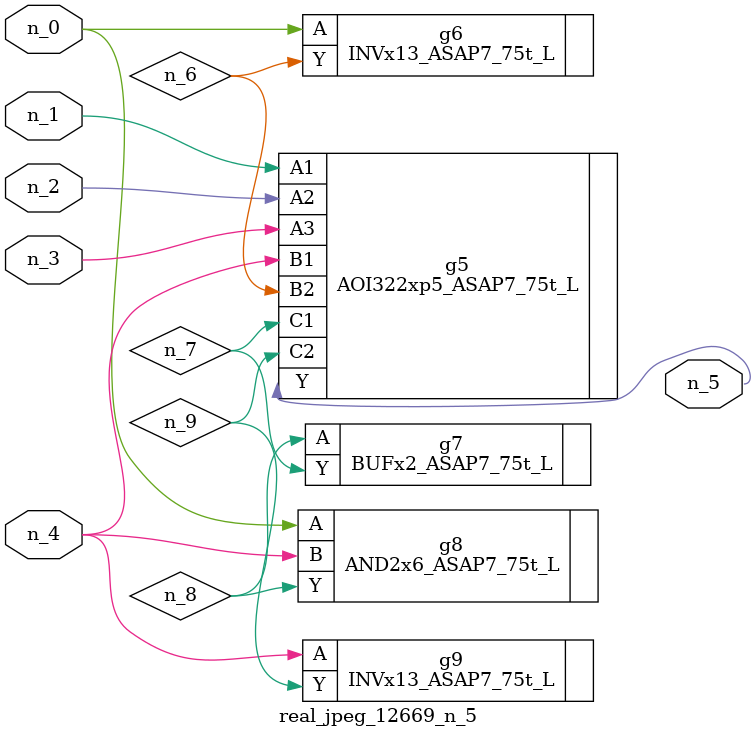
<source format=v>
module real_jpeg_12669_n_5 (n_4, n_0, n_1, n_2, n_3, n_5);

input n_4;
input n_0;
input n_1;
input n_2;
input n_3;

output n_5;

wire n_8;
wire n_6;
wire n_7;
wire n_9;

INVx13_ASAP7_75t_L g6 ( 
.A(n_0),
.Y(n_6)
);

AND2x6_ASAP7_75t_L g8 ( 
.A(n_0),
.B(n_4),
.Y(n_8)
);

AOI322xp5_ASAP7_75t_L g5 ( 
.A1(n_1),
.A2(n_2),
.A3(n_3),
.B1(n_4),
.B2(n_6),
.C1(n_7),
.C2(n_9),
.Y(n_5)
);

INVx13_ASAP7_75t_L g9 ( 
.A(n_4),
.Y(n_9)
);

BUFx2_ASAP7_75t_L g7 ( 
.A(n_8),
.Y(n_7)
);


endmodule
</source>
